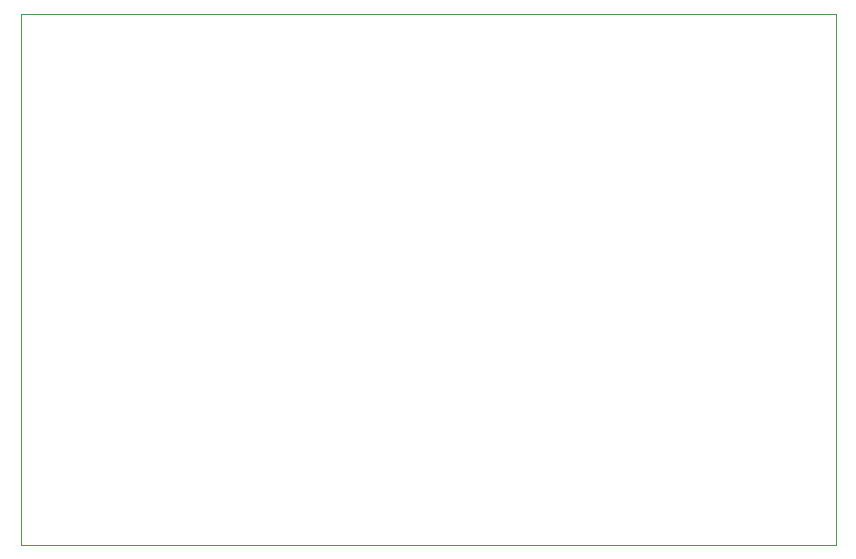
<source format=gbr>
G04 #@! TF.GenerationSoftware,KiCad,Pcbnew,(5.1.5)-3*
G04 #@! TF.CreationDate,2020-06-18T15:26:03+02:00*
G04 #@! TF.ProjectId,Amp_Hall_Effect_Sensor,416d705f-4861-46c6-9c5f-456666656374,Rev. 1*
G04 #@! TF.SameCoordinates,Original*
G04 #@! TF.FileFunction,Profile,NP*
%FSLAX46Y46*%
G04 Gerber Fmt 4.6, Leading zero omitted, Abs format (unit mm)*
G04 Created by KiCad (PCBNEW (5.1.5)-3) date 2020-06-18 15:26:03*
%MOMM*%
%LPD*%
G04 APERTURE LIST*
%ADD10C,0.050000*%
G04 APERTURE END LIST*
D10*
X257000000Y-129500000D02*
X188000000Y-129500000D01*
X257000000Y-174500000D02*
X257000000Y-129500000D01*
X255500000Y-174500000D02*
X257000000Y-174500000D01*
X188000000Y-174500000D02*
X255500000Y-174500000D01*
X188000000Y-172000000D02*
X188000000Y-174500000D01*
X188000000Y-129500000D02*
X188000000Y-172000000D01*
M02*

</source>
